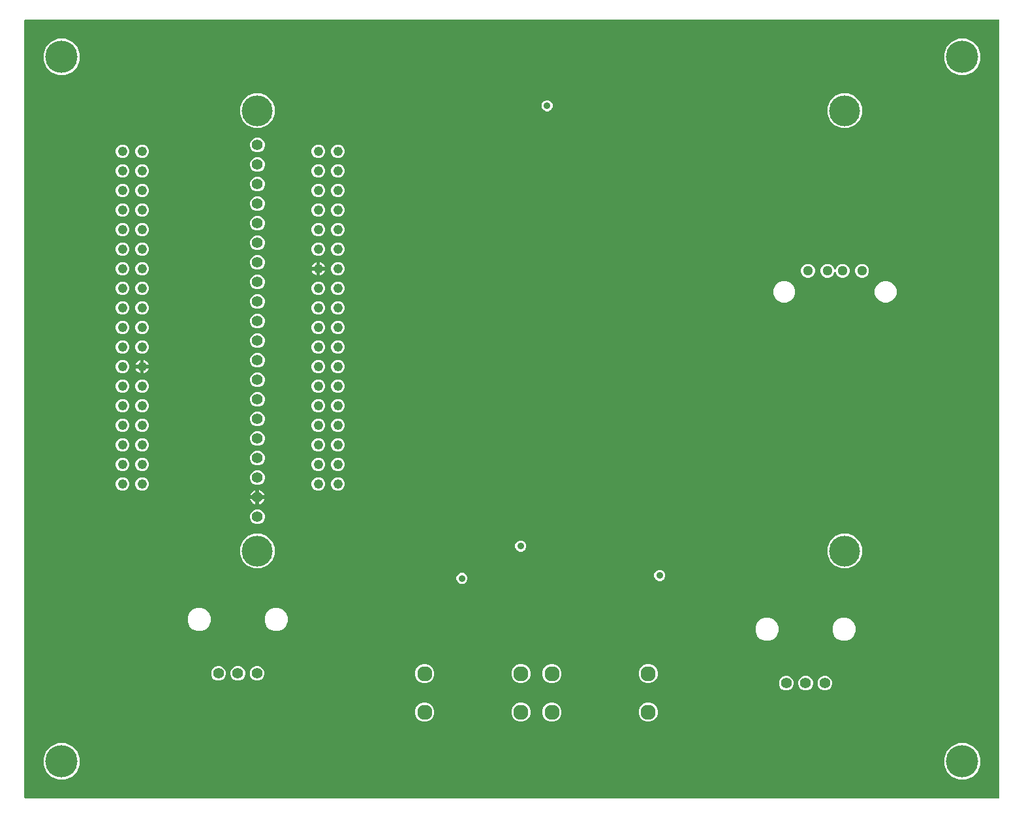
<source format=gbr>
G04 EAGLE Gerber RS-274X export*
G75*
%MOMM*%
%FSLAX34Y34*%
%LPD*%
%INCopper Layer 15*%
%IPPOS*%
%AMOC8*
5,1,8,0,0,1.08239X$1,22.5*%
G01*
%ADD10C,1.400000*%
%ADD11C,1.960000*%
%ADD12C,1.288000*%
%ADD13C,1.244600*%
%ADD14C,4.016000*%
%ADD15C,4.191000*%
%ADD16C,0.914400*%

G36*
X1266308Y2556D02*
X1266308Y2556D01*
X1266427Y2563D01*
X1266465Y2576D01*
X1266506Y2581D01*
X1266616Y2624D01*
X1266729Y2661D01*
X1266764Y2683D01*
X1266801Y2698D01*
X1266897Y2767D01*
X1266998Y2831D01*
X1267026Y2861D01*
X1267059Y2884D01*
X1267135Y2976D01*
X1267216Y3063D01*
X1267236Y3098D01*
X1267261Y3129D01*
X1267312Y3237D01*
X1267370Y3341D01*
X1267380Y3381D01*
X1267397Y3417D01*
X1267419Y3534D01*
X1267449Y3649D01*
X1267453Y3709D01*
X1267457Y3729D01*
X1267455Y3750D01*
X1267459Y3810D01*
X1267459Y1012190D01*
X1267444Y1012308D01*
X1267437Y1012427D01*
X1267424Y1012465D01*
X1267419Y1012506D01*
X1267376Y1012616D01*
X1267339Y1012729D01*
X1267317Y1012764D01*
X1267302Y1012801D01*
X1267233Y1012897D01*
X1267169Y1012998D01*
X1267139Y1013026D01*
X1267116Y1013059D01*
X1267024Y1013135D01*
X1266937Y1013216D01*
X1266902Y1013236D01*
X1266871Y1013261D01*
X1266763Y1013312D01*
X1266659Y1013370D01*
X1266619Y1013380D01*
X1266583Y1013397D01*
X1266466Y1013419D01*
X1266351Y1013449D01*
X1266291Y1013453D01*
X1266271Y1013457D01*
X1266250Y1013455D01*
X1266190Y1013459D01*
X3810Y1013459D01*
X3692Y1013444D01*
X3573Y1013437D01*
X3535Y1013424D01*
X3494Y1013419D01*
X3384Y1013376D01*
X3271Y1013339D01*
X3236Y1013317D01*
X3199Y1013302D01*
X3103Y1013233D01*
X3002Y1013169D01*
X2974Y1013139D01*
X2941Y1013116D01*
X2865Y1013024D01*
X2784Y1012937D01*
X2764Y1012902D01*
X2739Y1012871D01*
X2688Y1012763D01*
X2630Y1012659D01*
X2620Y1012619D01*
X2603Y1012583D01*
X2581Y1012466D01*
X2551Y1012351D01*
X2547Y1012291D01*
X2543Y1012271D01*
X2545Y1012250D01*
X2541Y1012190D01*
X2541Y3810D01*
X2556Y3692D01*
X2563Y3573D01*
X2576Y3535D01*
X2581Y3494D01*
X2624Y3384D01*
X2661Y3271D01*
X2683Y3236D01*
X2698Y3199D01*
X2767Y3103D01*
X2831Y3002D01*
X2861Y2974D01*
X2884Y2941D01*
X2976Y2865D01*
X3063Y2784D01*
X3098Y2764D01*
X3129Y2739D01*
X3237Y2688D01*
X3341Y2630D01*
X3381Y2620D01*
X3417Y2603D01*
X3534Y2581D01*
X3649Y2551D01*
X3709Y2547D01*
X3729Y2543D01*
X3750Y2545D01*
X3810Y2541D01*
X1266190Y2541D01*
X1266308Y2556D01*
G37*
%LPC*%
G36*
X1214526Y941704D02*
X1214526Y941704D01*
X1205891Y945281D01*
X1199281Y951891D01*
X1195704Y960526D01*
X1195704Y969874D01*
X1199281Y978509D01*
X1205891Y985119D01*
X1214526Y988696D01*
X1223874Y988696D01*
X1232509Y985119D01*
X1239119Y978509D01*
X1242696Y969874D01*
X1242696Y960526D01*
X1239119Y951891D01*
X1232509Y945281D01*
X1223874Y941704D01*
X1214526Y941704D01*
G37*
%LPD*%
%LPC*%
G36*
X46126Y941704D02*
X46126Y941704D01*
X37491Y945281D01*
X30881Y951891D01*
X27304Y960526D01*
X27304Y969874D01*
X30881Y978509D01*
X37491Y985119D01*
X46126Y988696D01*
X55474Y988696D01*
X64109Y985119D01*
X70719Y978509D01*
X74296Y969874D01*
X74296Y960526D01*
X70719Y951891D01*
X64109Y945281D01*
X55474Y941704D01*
X46126Y941704D01*
G37*
%LPD*%
%LPC*%
G36*
X46126Y27304D02*
X46126Y27304D01*
X37491Y30881D01*
X30881Y37491D01*
X27304Y46126D01*
X27304Y55474D01*
X30881Y64109D01*
X37491Y70719D01*
X46126Y74296D01*
X55474Y74296D01*
X64109Y70719D01*
X70719Y64109D01*
X74296Y55474D01*
X74296Y46126D01*
X70719Y37491D01*
X64109Y30881D01*
X55474Y27304D01*
X46126Y27304D01*
G37*
%LPD*%
%LPC*%
G36*
X1214526Y27304D02*
X1214526Y27304D01*
X1205891Y30881D01*
X1199281Y37491D01*
X1195704Y46126D01*
X1195704Y55474D01*
X1199281Y64109D01*
X1205891Y70719D01*
X1214526Y74296D01*
X1223874Y74296D01*
X1232509Y70719D01*
X1239119Y64109D01*
X1242696Y55474D01*
X1242696Y46126D01*
X1239119Y37491D01*
X1232509Y30881D01*
X1223874Y27304D01*
X1214526Y27304D01*
G37*
%LPD*%
%LPC*%
G36*
X1062300Y872729D02*
X1062300Y872729D01*
X1053986Y876173D01*
X1047623Y882536D01*
X1044179Y890850D01*
X1044179Y899850D01*
X1047623Y908164D01*
X1053986Y914527D01*
X1062300Y917971D01*
X1071300Y917971D01*
X1079614Y914527D01*
X1085977Y908164D01*
X1089421Y899850D01*
X1089421Y890850D01*
X1085977Y882536D01*
X1079614Y876173D01*
X1071300Y872729D01*
X1062300Y872729D01*
G37*
%LPD*%
%LPC*%
G36*
X300300Y872729D02*
X300300Y872729D01*
X291986Y876173D01*
X285623Y882536D01*
X282179Y890850D01*
X282179Y899850D01*
X285623Y908164D01*
X291986Y914527D01*
X300300Y917971D01*
X309300Y917971D01*
X317614Y914527D01*
X323977Y908164D01*
X327421Y899850D01*
X327421Y890850D01*
X323977Y882536D01*
X317614Y876173D01*
X309300Y872729D01*
X300300Y872729D01*
G37*
%LPD*%
%LPC*%
G36*
X300300Y301229D02*
X300300Y301229D01*
X291986Y304673D01*
X285623Y311036D01*
X282179Y319350D01*
X282179Y328350D01*
X285623Y336664D01*
X291986Y343027D01*
X300300Y346471D01*
X309300Y346471D01*
X317614Y343027D01*
X323977Y336664D01*
X327421Y328350D01*
X327421Y319350D01*
X323977Y311036D01*
X317614Y304673D01*
X309300Y301229D01*
X300300Y301229D01*
G37*
%LPD*%
%LPC*%
G36*
X1062300Y301229D02*
X1062300Y301229D01*
X1053986Y304673D01*
X1047623Y311036D01*
X1044179Y319350D01*
X1044179Y328350D01*
X1047623Y336664D01*
X1053986Y343027D01*
X1062300Y346471D01*
X1071300Y346471D01*
X1079614Y343027D01*
X1085977Y336664D01*
X1089421Y328350D01*
X1089421Y319350D01*
X1085977Y311036D01*
X1079614Y304673D01*
X1071300Y301229D01*
X1062300Y301229D01*
G37*
%LPD*%
%LPC*%
G36*
X1063008Y207359D02*
X1063008Y207359D01*
X1057480Y209649D01*
X1053249Y213880D01*
X1050959Y219408D01*
X1050959Y225392D01*
X1053249Y230920D01*
X1057480Y235151D01*
X1063008Y237441D01*
X1068992Y237441D01*
X1074520Y235151D01*
X1078751Y230920D01*
X1081041Y225392D01*
X1081041Y219408D01*
X1078751Y213880D01*
X1074520Y209649D01*
X1068992Y207359D01*
X1063008Y207359D01*
G37*
%LPD*%
%LPC*%
G36*
X326408Y220059D02*
X326408Y220059D01*
X320880Y222349D01*
X316649Y226580D01*
X314359Y232108D01*
X314359Y238092D01*
X316649Y243620D01*
X320880Y247851D01*
X326408Y250141D01*
X332392Y250141D01*
X337920Y247851D01*
X342151Y243620D01*
X344441Y238092D01*
X344441Y232108D01*
X342151Y226580D01*
X337920Y222349D01*
X332392Y220059D01*
X326408Y220059D01*
G37*
%LPD*%
%LPC*%
G36*
X226408Y220059D02*
X226408Y220059D01*
X220880Y222349D01*
X216649Y226580D01*
X214359Y232108D01*
X214359Y238092D01*
X216649Y243620D01*
X220880Y247851D01*
X226408Y250141D01*
X232392Y250141D01*
X237920Y247851D01*
X242151Y243620D01*
X244441Y238092D01*
X244441Y232108D01*
X242151Y226580D01*
X237920Y222349D01*
X232392Y220059D01*
X226408Y220059D01*
G37*
%LPD*%
%LPC*%
G36*
X963008Y207359D02*
X963008Y207359D01*
X957480Y209649D01*
X953249Y213880D01*
X950959Y219408D01*
X950959Y225392D01*
X953249Y230920D01*
X957480Y235151D01*
X963008Y237441D01*
X968992Y237441D01*
X974520Y235151D01*
X978751Y230920D01*
X981041Y225392D01*
X981041Y219408D01*
X978751Y213880D01*
X974520Y209649D01*
X968992Y207359D01*
X963008Y207359D01*
G37*
%LPD*%
%LPC*%
G36*
X985607Y646259D02*
X985607Y646259D01*
X980447Y648397D01*
X976497Y652347D01*
X974359Y657507D01*
X974359Y663093D01*
X976497Y668253D01*
X980447Y672203D01*
X985607Y674341D01*
X991193Y674341D01*
X996353Y672203D01*
X1000303Y668253D01*
X1002441Y663093D01*
X1002441Y657507D01*
X1000303Y652347D01*
X996353Y648397D01*
X991193Y646259D01*
X985607Y646259D01*
G37*
%LPD*%
%LPC*%
G36*
X1117007Y646259D02*
X1117007Y646259D01*
X1111847Y648397D01*
X1107897Y652347D01*
X1105759Y657507D01*
X1105759Y663093D01*
X1107897Y668253D01*
X1111847Y672203D01*
X1117007Y674341D01*
X1122593Y674341D01*
X1127753Y672203D01*
X1131703Y668253D01*
X1133841Y663093D01*
X1133841Y657507D01*
X1131703Y652347D01*
X1127753Y648397D01*
X1122593Y646259D01*
X1117007Y646259D01*
G37*
%LPD*%
%LPC*%
G36*
X1042314Y678419D02*
X1042314Y678419D01*
X1039013Y679786D01*
X1036486Y682313D01*
X1035119Y685614D01*
X1035119Y689186D01*
X1036486Y692487D01*
X1039013Y695014D01*
X1042314Y696381D01*
X1045886Y696381D01*
X1049187Y695014D01*
X1051714Y692487D01*
X1052927Y689557D01*
X1052996Y689436D01*
X1053061Y689313D01*
X1053075Y689298D01*
X1053085Y689280D01*
X1053182Y689180D01*
X1053275Y689078D01*
X1053292Y689067D01*
X1053306Y689052D01*
X1053425Y688979D01*
X1053541Y688903D01*
X1053560Y688896D01*
X1053577Y688886D01*
X1053710Y688845D01*
X1053842Y688800D01*
X1053862Y688798D01*
X1053881Y688792D01*
X1054020Y688785D01*
X1054159Y688774D01*
X1054179Y688778D01*
X1054199Y688777D01*
X1054335Y688805D01*
X1054472Y688829D01*
X1054491Y688837D01*
X1054510Y688841D01*
X1054636Y688903D01*
X1054762Y688959D01*
X1054778Y688972D01*
X1054796Y688981D01*
X1054902Y689071D01*
X1055010Y689158D01*
X1055023Y689174D01*
X1055038Y689187D01*
X1055118Y689301D01*
X1055202Y689412D01*
X1055214Y689437D01*
X1055221Y689447D01*
X1055228Y689467D01*
X1055273Y689557D01*
X1056486Y692487D01*
X1059013Y695014D01*
X1062314Y696381D01*
X1065886Y696381D01*
X1069187Y695014D01*
X1071714Y692487D01*
X1073081Y689186D01*
X1073081Y685614D01*
X1071714Y682313D01*
X1069187Y679786D01*
X1065886Y678419D01*
X1062314Y678419D01*
X1059013Y679786D01*
X1056486Y682313D01*
X1055273Y685243D01*
X1055204Y685364D01*
X1055139Y685487D01*
X1055125Y685502D01*
X1055115Y685520D01*
X1055018Y685620D01*
X1054925Y685722D01*
X1054908Y685734D01*
X1054894Y685748D01*
X1054776Y685821D01*
X1054659Y685897D01*
X1054640Y685904D01*
X1054623Y685914D01*
X1054490Y685955D01*
X1054358Y686000D01*
X1054338Y686002D01*
X1054319Y686008D01*
X1054180Y686015D01*
X1054041Y686026D01*
X1054021Y686022D01*
X1054001Y686023D01*
X1053865Y685995D01*
X1053728Y685971D01*
X1053709Y685963D01*
X1053690Y685959D01*
X1053565Y685898D01*
X1053438Y685841D01*
X1053422Y685828D01*
X1053404Y685819D01*
X1053298Y685729D01*
X1053190Y685642D01*
X1053177Y685626D01*
X1053162Y685613D01*
X1053082Y685499D01*
X1052998Y685388D01*
X1052986Y685363D01*
X1052979Y685353D01*
X1052972Y685333D01*
X1052927Y685243D01*
X1051714Y682313D01*
X1049187Y679786D01*
X1045886Y678419D01*
X1042314Y678419D01*
G37*
%LPD*%
%LPC*%
G36*
X809345Y152359D02*
X809345Y152359D01*
X804810Y154238D01*
X801338Y157710D01*
X799459Y162245D01*
X799459Y167155D01*
X801338Y171690D01*
X804810Y175162D01*
X809345Y177041D01*
X814255Y177041D01*
X818790Y175162D01*
X822262Y171690D01*
X824141Y167155D01*
X824141Y162245D01*
X822262Y157710D01*
X818790Y154238D01*
X814255Y152359D01*
X809345Y152359D01*
G37*
%LPD*%
%LPC*%
G36*
X684345Y152359D02*
X684345Y152359D01*
X679810Y154238D01*
X676338Y157710D01*
X674459Y162245D01*
X674459Y167155D01*
X676338Y171690D01*
X679810Y175162D01*
X684345Y177041D01*
X689255Y177041D01*
X693790Y175162D01*
X697262Y171690D01*
X699141Y167155D01*
X699141Y162245D01*
X697262Y157710D01*
X693790Y154238D01*
X689255Y152359D01*
X684345Y152359D01*
G37*
%LPD*%
%LPC*%
G36*
X644245Y152359D02*
X644245Y152359D01*
X639710Y154238D01*
X636238Y157710D01*
X634359Y162245D01*
X634359Y167155D01*
X636238Y171690D01*
X639710Y175162D01*
X644245Y177041D01*
X649155Y177041D01*
X653690Y175162D01*
X657162Y171690D01*
X659041Y167155D01*
X659041Y162245D01*
X657162Y157710D01*
X653690Y154238D01*
X649155Y152359D01*
X644245Y152359D01*
G37*
%LPD*%
%LPC*%
G36*
X519245Y152359D02*
X519245Y152359D01*
X514710Y154238D01*
X511238Y157710D01*
X509359Y162245D01*
X509359Y167155D01*
X511238Y171690D01*
X514710Y175162D01*
X519245Y177041D01*
X524155Y177041D01*
X528690Y175162D01*
X532162Y171690D01*
X534041Y167155D01*
X534041Y162245D01*
X532162Y157710D01*
X528690Y154238D01*
X524155Y152359D01*
X519245Y152359D01*
G37*
%LPD*%
%LPC*%
G36*
X809345Y102359D02*
X809345Y102359D01*
X804810Y104238D01*
X801338Y107710D01*
X799459Y112245D01*
X799459Y117155D01*
X801338Y121690D01*
X804810Y125162D01*
X809345Y127041D01*
X814255Y127041D01*
X818790Y125162D01*
X822262Y121690D01*
X824141Y117155D01*
X824141Y112245D01*
X822262Y107710D01*
X818790Y104238D01*
X814255Y102359D01*
X809345Y102359D01*
G37*
%LPD*%
%LPC*%
G36*
X684345Y102359D02*
X684345Y102359D01*
X679810Y104238D01*
X676338Y107710D01*
X674459Y112245D01*
X674459Y117155D01*
X676338Y121690D01*
X679810Y125162D01*
X684345Y127041D01*
X689255Y127041D01*
X693790Y125162D01*
X697262Y121690D01*
X699141Y117155D01*
X699141Y112245D01*
X697262Y107710D01*
X693790Y104238D01*
X689255Y102359D01*
X684345Y102359D01*
G37*
%LPD*%
%LPC*%
G36*
X644245Y102359D02*
X644245Y102359D01*
X639710Y104238D01*
X636238Y107710D01*
X634359Y112245D01*
X634359Y117155D01*
X636238Y121690D01*
X639710Y125162D01*
X644245Y127041D01*
X649155Y127041D01*
X653690Y125162D01*
X657162Y121690D01*
X659041Y117155D01*
X659041Y112245D01*
X657162Y107710D01*
X653690Y104238D01*
X649155Y102359D01*
X644245Y102359D01*
G37*
%LPD*%
%LPC*%
G36*
X519245Y102359D02*
X519245Y102359D01*
X514710Y104238D01*
X511238Y107710D01*
X509359Y112245D01*
X509359Y117155D01*
X511238Y121690D01*
X514710Y125162D01*
X519245Y127041D01*
X524155Y127041D01*
X528690Y125162D01*
X532162Y121690D01*
X534041Y117155D01*
X534041Y112245D01*
X532162Y107710D01*
X528690Y104238D01*
X524155Y102359D01*
X519245Y102359D01*
G37*
%LPD*%
%LPC*%
G36*
X302902Y485759D02*
X302902Y485759D01*
X299396Y487212D01*
X296712Y489896D01*
X295259Y493402D01*
X295259Y497198D01*
X296712Y500704D01*
X299396Y503388D01*
X302902Y504841D01*
X306698Y504841D01*
X310204Y503388D01*
X312888Y500704D01*
X314341Y497198D01*
X314341Y493402D01*
X312888Y489896D01*
X310204Y487212D01*
X306698Y485759D01*
X302902Y485759D01*
G37*
%LPD*%
%LPC*%
G36*
X302902Y688959D02*
X302902Y688959D01*
X299396Y690412D01*
X296712Y693096D01*
X295259Y696602D01*
X295259Y700398D01*
X296712Y703904D01*
X299396Y706588D01*
X302902Y708041D01*
X306698Y708041D01*
X310204Y706588D01*
X312888Y703904D01*
X314341Y700398D01*
X314341Y696602D01*
X312888Y693096D01*
X310204Y690412D01*
X306698Y688959D01*
X302902Y688959D01*
G37*
%LPD*%
%LPC*%
G36*
X302902Y739759D02*
X302902Y739759D01*
X299396Y741212D01*
X296712Y743896D01*
X295259Y747402D01*
X295259Y751198D01*
X296712Y754704D01*
X299396Y757388D01*
X302902Y758841D01*
X306698Y758841D01*
X310204Y757388D01*
X312888Y754704D01*
X314341Y751198D01*
X314341Y747402D01*
X312888Y743896D01*
X310204Y741212D01*
X306698Y739759D01*
X302902Y739759D01*
G37*
%LPD*%
%LPC*%
G36*
X302902Y434959D02*
X302902Y434959D01*
X299396Y436412D01*
X296712Y439096D01*
X295259Y442602D01*
X295259Y446398D01*
X296712Y449904D01*
X299396Y452588D01*
X302902Y454041D01*
X306698Y454041D01*
X310204Y452588D01*
X312888Y449904D01*
X314341Y446398D01*
X314341Y442602D01*
X312888Y439096D01*
X310204Y436412D01*
X306698Y434959D01*
X302902Y434959D01*
G37*
%LPD*%
%LPC*%
G36*
X302902Y358759D02*
X302902Y358759D01*
X299396Y360212D01*
X296712Y362896D01*
X295259Y366402D01*
X295259Y370198D01*
X296712Y373704D01*
X299396Y376388D01*
X302902Y377841D01*
X306698Y377841D01*
X310204Y376388D01*
X312888Y373704D01*
X314341Y370198D01*
X314341Y366402D01*
X312888Y362896D01*
X310204Y360212D01*
X306698Y358759D01*
X302902Y358759D01*
G37*
%LPD*%
%LPC*%
G36*
X302902Y511159D02*
X302902Y511159D01*
X299396Y512612D01*
X296712Y515296D01*
X295259Y518802D01*
X295259Y522598D01*
X296712Y526104D01*
X299396Y528788D01*
X302902Y530241D01*
X306698Y530241D01*
X310204Y528788D01*
X312888Y526104D01*
X314341Y522598D01*
X314341Y518802D01*
X312888Y515296D01*
X310204Y512612D01*
X306698Y511159D01*
X302902Y511159D01*
G37*
%LPD*%
%LPC*%
G36*
X302902Y460359D02*
X302902Y460359D01*
X299396Y461812D01*
X296712Y464496D01*
X295259Y468002D01*
X295259Y471798D01*
X296712Y475304D01*
X299396Y477988D01*
X302902Y479441D01*
X306698Y479441D01*
X310204Y477988D01*
X312888Y475304D01*
X314341Y471798D01*
X314341Y468002D01*
X312888Y464496D01*
X310204Y461812D01*
X306698Y460359D01*
X302902Y460359D01*
G37*
%LPD*%
%LPC*%
G36*
X302902Y841359D02*
X302902Y841359D01*
X299396Y842812D01*
X296712Y845496D01*
X295259Y849002D01*
X295259Y852798D01*
X296712Y856304D01*
X299396Y858988D01*
X302902Y860441D01*
X306698Y860441D01*
X310204Y858988D01*
X312888Y856304D01*
X314341Y852798D01*
X314341Y849002D01*
X312888Y845496D01*
X310204Y842812D01*
X306698Y841359D01*
X302902Y841359D01*
G37*
%LPD*%
%LPC*%
G36*
X302902Y536559D02*
X302902Y536559D01*
X299396Y538012D01*
X296712Y540696D01*
X295259Y544202D01*
X295259Y547998D01*
X296712Y551504D01*
X299396Y554188D01*
X302902Y555641D01*
X306698Y555641D01*
X310204Y554188D01*
X312888Y551504D01*
X314341Y547998D01*
X314341Y544202D01*
X312888Y540696D01*
X310204Y538012D01*
X306698Y536559D01*
X302902Y536559D01*
G37*
%LPD*%
%LPC*%
G36*
X302902Y815959D02*
X302902Y815959D01*
X299396Y817412D01*
X296712Y820096D01*
X295259Y823602D01*
X295259Y827398D01*
X296712Y830904D01*
X299396Y833588D01*
X302902Y835041D01*
X306698Y835041D01*
X310204Y833588D01*
X312888Y830904D01*
X314341Y827398D01*
X314341Y823602D01*
X312888Y820096D01*
X310204Y817412D01*
X306698Y815959D01*
X302902Y815959D01*
G37*
%LPD*%
%LPC*%
G36*
X302902Y714359D02*
X302902Y714359D01*
X299396Y715812D01*
X296712Y718496D01*
X295259Y722002D01*
X295259Y725798D01*
X296712Y729304D01*
X299396Y731988D01*
X302902Y733441D01*
X306698Y733441D01*
X310204Y731988D01*
X312888Y729304D01*
X314341Y725798D01*
X314341Y722002D01*
X312888Y718496D01*
X310204Y715812D01*
X306698Y714359D01*
X302902Y714359D01*
G37*
%LPD*%
%LPC*%
G36*
X302902Y561959D02*
X302902Y561959D01*
X299396Y563412D01*
X296712Y566096D01*
X295259Y569602D01*
X295259Y573398D01*
X296712Y576904D01*
X299396Y579588D01*
X302902Y581041D01*
X306698Y581041D01*
X310204Y579588D01*
X312888Y576904D01*
X314341Y573398D01*
X314341Y569602D01*
X312888Y566096D01*
X310204Y563412D01*
X306698Y561959D01*
X302902Y561959D01*
G37*
%LPD*%
%LPC*%
G36*
X302902Y663559D02*
X302902Y663559D01*
X299396Y665012D01*
X296712Y667696D01*
X295259Y671202D01*
X295259Y674998D01*
X296712Y678504D01*
X299396Y681188D01*
X302902Y682641D01*
X306698Y682641D01*
X310204Y681188D01*
X312888Y678504D01*
X314341Y674998D01*
X314341Y671202D01*
X312888Y667696D01*
X310204Y665012D01*
X306698Y663559D01*
X302902Y663559D01*
G37*
%LPD*%
%LPC*%
G36*
X302502Y155559D02*
X302502Y155559D01*
X298996Y157012D01*
X296312Y159696D01*
X294859Y163202D01*
X294859Y166998D01*
X296312Y170504D01*
X298996Y173188D01*
X302502Y174641D01*
X306298Y174641D01*
X309804Y173188D01*
X312488Y170504D01*
X313941Y166998D01*
X313941Y163202D01*
X312488Y159696D01*
X309804Y157012D01*
X306298Y155559D01*
X302502Y155559D01*
G37*
%LPD*%
%LPC*%
G36*
X277502Y155559D02*
X277502Y155559D01*
X273996Y157012D01*
X271312Y159696D01*
X269859Y163202D01*
X269859Y166998D01*
X271312Y170504D01*
X273996Y173188D01*
X277502Y174641D01*
X281298Y174641D01*
X284804Y173188D01*
X287488Y170504D01*
X288941Y166998D01*
X288941Y163202D01*
X287488Y159696D01*
X284804Y157012D01*
X281298Y155559D01*
X277502Y155559D01*
G37*
%LPD*%
%LPC*%
G36*
X252502Y155559D02*
X252502Y155559D01*
X248996Y157012D01*
X246312Y159696D01*
X244859Y163202D01*
X244859Y166998D01*
X246312Y170504D01*
X248996Y173188D01*
X252502Y174641D01*
X256298Y174641D01*
X259804Y173188D01*
X262488Y170504D01*
X263941Y166998D01*
X263941Y163202D01*
X262488Y159696D01*
X259804Y157012D01*
X256298Y155559D01*
X252502Y155559D01*
G37*
%LPD*%
%LPC*%
G36*
X1039102Y142859D02*
X1039102Y142859D01*
X1035596Y144312D01*
X1032912Y146996D01*
X1031459Y150502D01*
X1031459Y154298D01*
X1032912Y157804D01*
X1035596Y160488D01*
X1039102Y161941D01*
X1042898Y161941D01*
X1046404Y160488D01*
X1049088Y157804D01*
X1050541Y154298D01*
X1050541Y150502D01*
X1049088Y146996D01*
X1046404Y144312D01*
X1042898Y142859D01*
X1039102Y142859D01*
G37*
%LPD*%
%LPC*%
G36*
X1014102Y142859D02*
X1014102Y142859D01*
X1010596Y144312D01*
X1007912Y146996D01*
X1006459Y150502D01*
X1006459Y154298D01*
X1007912Y157804D01*
X1010596Y160488D01*
X1014102Y161941D01*
X1017898Y161941D01*
X1021404Y160488D01*
X1024088Y157804D01*
X1025541Y154298D01*
X1025541Y150502D01*
X1024088Y146996D01*
X1021404Y144312D01*
X1017898Y142859D01*
X1014102Y142859D01*
G37*
%LPD*%
%LPC*%
G36*
X989102Y142859D02*
X989102Y142859D01*
X985596Y144312D01*
X982912Y146996D01*
X981459Y150502D01*
X981459Y154298D01*
X982912Y157804D01*
X985596Y160488D01*
X989102Y161941D01*
X992898Y161941D01*
X996404Y160488D01*
X999088Y157804D01*
X1000541Y154298D01*
X1000541Y150502D01*
X999088Y146996D01*
X996404Y144312D01*
X992898Y142859D01*
X989102Y142859D01*
G37*
%LPD*%
%LPC*%
G36*
X302902Y790559D02*
X302902Y790559D01*
X299396Y792012D01*
X296712Y794696D01*
X295259Y798202D01*
X295259Y801998D01*
X296712Y805504D01*
X299396Y808188D01*
X302902Y809641D01*
X306698Y809641D01*
X310204Y808188D01*
X312888Y805504D01*
X314341Y801998D01*
X314341Y798202D01*
X312888Y794696D01*
X310204Y792012D01*
X306698Y790559D01*
X302902Y790559D01*
G37*
%LPD*%
%LPC*%
G36*
X302902Y587359D02*
X302902Y587359D01*
X299396Y588812D01*
X296712Y591496D01*
X295259Y595002D01*
X295259Y598798D01*
X296712Y602304D01*
X299396Y604988D01*
X302902Y606441D01*
X306698Y606441D01*
X310204Y604988D01*
X312888Y602304D01*
X314341Y598798D01*
X314341Y595002D01*
X312888Y591496D01*
X310204Y588812D01*
X306698Y587359D01*
X302902Y587359D01*
G37*
%LPD*%
%LPC*%
G36*
X302902Y765159D02*
X302902Y765159D01*
X299396Y766612D01*
X296712Y769296D01*
X295259Y772802D01*
X295259Y776598D01*
X296712Y780104D01*
X299396Y782788D01*
X302902Y784241D01*
X306698Y784241D01*
X310204Y782788D01*
X312888Y780104D01*
X314341Y776598D01*
X314341Y772802D01*
X312888Y769296D01*
X310204Y766612D01*
X306698Y765159D01*
X302902Y765159D01*
G37*
%LPD*%
%LPC*%
G36*
X302902Y638159D02*
X302902Y638159D01*
X299396Y639612D01*
X296712Y642296D01*
X295259Y645802D01*
X295259Y649598D01*
X296712Y653104D01*
X299396Y655788D01*
X302902Y657241D01*
X306698Y657241D01*
X310204Y655788D01*
X312888Y653104D01*
X314341Y649598D01*
X314341Y645802D01*
X312888Y642296D01*
X310204Y639612D01*
X306698Y638159D01*
X302902Y638159D01*
G37*
%LPD*%
%LPC*%
G36*
X302902Y612759D02*
X302902Y612759D01*
X299396Y614212D01*
X296712Y616896D01*
X295259Y620402D01*
X295259Y624198D01*
X296712Y627704D01*
X299396Y630388D01*
X302902Y631841D01*
X306698Y631841D01*
X310204Y630388D01*
X312888Y627704D01*
X314341Y624198D01*
X314341Y620402D01*
X312888Y616896D01*
X310204Y614212D01*
X306698Y612759D01*
X302902Y612759D01*
G37*
%LPD*%
%LPC*%
G36*
X302902Y409559D02*
X302902Y409559D01*
X299396Y411012D01*
X296712Y413696D01*
X295259Y417202D01*
X295259Y420998D01*
X296712Y424504D01*
X299396Y427188D01*
X302902Y428641D01*
X306698Y428641D01*
X310204Y427188D01*
X312888Y424504D01*
X314341Y420998D01*
X314341Y417202D01*
X312888Y413696D01*
X310204Y411012D01*
X306698Y409559D01*
X302902Y409559D01*
G37*
%LPD*%
%LPC*%
G36*
X1017314Y678419D02*
X1017314Y678419D01*
X1014013Y679786D01*
X1011486Y682313D01*
X1010119Y685614D01*
X1010119Y689186D01*
X1011486Y692487D01*
X1014013Y695014D01*
X1017314Y696381D01*
X1020886Y696381D01*
X1024187Y695014D01*
X1026714Y692487D01*
X1028081Y689186D01*
X1028081Y685614D01*
X1026714Y682313D01*
X1024187Y679786D01*
X1020886Y678419D01*
X1017314Y678419D01*
G37*
%LPD*%
%LPC*%
G36*
X1087314Y678419D02*
X1087314Y678419D01*
X1084013Y679786D01*
X1081486Y682313D01*
X1080119Y685614D01*
X1080119Y689186D01*
X1081486Y692487D01*
X1084013Y695014D01*
X1087314Y696381D01*
X1090886Y696381D01*
X1094187Y695014D01*
X1096714Y692487D01*
X1098081Y689186D01*
X1098081Y685614D01*
X1096714Y682313D01*
X1094187Y679786D01*
X1090886Y678419D01*
X1087314Y678419D01*
G37*
%LPD*%
%LPC*%
G36*
X153457Y681436D02*
X153457Y681436D01*
X150236Y682770D01*
X147770Y685236D01*
X146436Y688457D01*
X146436Y691943D01*
X147770Y695164D01*
X150236Y697630D01*
X153457Y698964D01*
X156943Y698964D01*
X160164Y697630D01*
X162630Y695164D01*
X163964Y691943D01*
X163964Y688457D01*
X162630Y685236D01*
X160164Y682770D01*
X156943Y681436D01*
X153457Y681436D01*
G37*
%LPD*%
%LPC*%
G36*
X128057Y681436D02*
X128057Y681436D01*
X124836Y682770D01*
X122370Y685236D01*
X121036Y688457D01*
X121036Y691943D01*
X122370Y695164D01*
X124836Y697630D01*
X128057Y698964D01*
X131543Y698964D01*
X134764Y697630D01*
X137230Y695164D01*
X138564Y691943D01*
X138564Y688457D01*
X137230Y685236D01*
X134764Y682770D01*
X131543Y681436D01*
X128057Y681436D01*
G37*
%LPD*%
%LPC*%
G36*
X407457Y656036D02*
X407457Y656036D01*
X404236Y657370D01*
X401770Y659836D01*
X400436Y663057D01*
X400436Y666543D01*
X401770Y669764D01*
X404236Y672230D01*
X407457Y673564D01*
X410943Y673564D01*
X414164Y672230D01*
X416630Y669764D01*
X417964Y666543D01*
X417964Y663057D01*
X416630Y659836D01*
X414164Y657370D01*
X410943Y656036D01*
X407457Y656036D01*
G37*
%LPD*%
%LPC*%
G36*
X382057Y656036D02*
X382057Y656036D01*
X378836Y657370D01*
X376370Y659836D01*
X375036Y663057D01*
X375036Y666543D01*
X376370Y669764D01*
X378836Y672230D01*
X382057Y673564D01*
X385543Y673564D01*
X388764Y672230D01*
X391230Y669764D01*
X392564Y666543D01*
X392564Y663057D01*
X391230Y659836D01*
X388764Y657370D01*
X385543Y656036D01*
X382057Y656036D01*
G37*
%LPD*%
%LPC*%
G36*
X153457Y656036D02*
X153457Y656036D01*
X150236Y657370D01*
X147770Y659836D01*
X146436Y663057D01*
X146436Y666543D01*
X147770Y669764D01*
X150236Y672230D01*
X153457Y673564D01*
X156943Y673564D01*
X160164Y672230D01*
X162630Y669764D01*
X163964Y666543D01*
X163964Y663057D01*
X162630Y659836D01*
X160164Y657370D01*
X156943Y656036D01*
X153457Y656036D01*
G37*
%LPD*%
%LPC*%
G36*
X128057Y656036D02*
X128057Y656036D01*
X124836Y657370D01*
X122370Y659836D01*
X121036Y663057D01*
X121036Y666543D01*
X122370Y669764D01*
X124836Y672230D01*
X128057Y673564D01*
X131543Y673564D01*
X134764Y672230D01*
X137230Y669764D01*
X138564Y666543D01*
X138564Y663057D01*
X137230Y659836D01*
X134764Y657370D01*
X131543Y656036D01*
X128057Y656036D01*
G37*
%LPD*%
%LPC*%
G36*
X407457Y630636D02*
X407457Y630636D01*
X404236Y631970D01*
X401770Y634436D01*
X400436Y637657D01*
X400436Y641143D01*
X401770Y644364D01*
X404236Y646830D01*
X407457Y648164D01*
X410943Y648164D01*
X414164Y646830D01*
X416630Y644364D01*
X417964Y641143D01*
X417964Y637657D01*
X416630Y634436D01*
X414164Y631970D01*
X410943Y630636D01*
X407457Y630636D01*
G37*
%LPD*%
%LPC*%
G36*
X382057Y630636D02*
X382057Y630636D01*
X378836Y631970D01*
X376370Y634436D01*
X375036Y637657D01*
X375036Y641143D01*
X376370Y644364D01*
X378836Y646830D01*
X382057Y648164D01*
X385543Y648164D01*
X388764Y646830D01*
X391230Y644364D01*
X392564Y641143D01*
X392564Y637657D01*
X391230Y634436D01*
X388764Y631970D01*
X385543Y630636D01*
X382057Y630636D01*
G37*
%LPD*%
%LPC*%
G36*
X153457Y630636D02*
X153457Y630636D01*
X150236Y631970D01*
X147770Y634436D01*
X146436Y637657D01*
X146436Y641143D01*
X147770Y644364D01*
X150236Y646830D01*
X153457Y648164D01*
X156943Y648164D01*
X160164Y646830D01*
X162630Y644364D01*
X163964Y641143D01*
X163964Y637657D01*
X162630Y634436D01*
X160164Y631970D01*
X156943Y630636D01*
X153457Y630636D01*
G37*
%LPD*%
%LPC*%
G36*
X128057Y630636D02*
X128057Y630636D01*
X124836Y631970D01*
X122370Y634436D01*
X121036Y637657D01*
X121036Y641143D01*
X122370Y644364D01*
X124836Y646830D01*
X128057Y648164D01*
X131543Y648164D01*
X134764Y646830D01*
X137230Y644364D01*
X138564Y641143D01*
X138564Y637657D01*
X137230Y634436D01*
X134764Y631970D01*
X131543Y630636D01*
X128057Y630636D01*
G37*
%LPD*%
%LPC*%
G36*
X153457Y605236D02*
X153457Y605236D01*
X150236Y606570D01*
X147770Y609036D01*
X146436Y612257D01*
X146436Y615743D01*
X147770Y618964D01*
X150236Y621430D01*
X153457Y622764D01*
X156943Y622764D01*
X160164Y621430D01*
X162630Y618964D01*
X163964Y615743D01*
X163964Y612257D01*
X162630Y609036D01*
X160164Y606570D01*
X156943Y605236D01*
X153457Y605236D01*
G37*
%LPD*%
%LPC*%
G36*
X128057Y605236D02*
X128057Y605236D01*
X124836Y606570D01*
X122370Y609036D01*
X121036Y612257D01*
X121036Y615743D01*
X122370Y618964D01*
X124836Y621430D01*
X128057Y622764D01*
X131543Y622764D01*
X134764Y621430D01*
X137230Y618964D01*
X138564Y615743D01*
X138564Y612257D01*
X137230Y609036D01*
X134764Y606570D01*
X131543Y605236D01*
X128057Y605236D01*
G37*
%LPD*%
%LPC*%
G36*
X407457Y605236D02*
X407457Y605236D01*
X404236Y606570D01*
X401770Y609036D01*
X400436Y612257D01*
X400436Y615743D01*
X401770Y618964D01*
X404236Y621430D01*
X407457Y622764D01*
X410943Y622764D01*
X414164Y621430D01*
X416630Y618964D01*
X417964Y615743D01*
X417964Y612257D01*
X416630Y609036D01*
X414164Y606570D01*
X410943Y605236D01*
X407457Y605236D01*
G37*
%LPD*%
%LPC*%
G36*
X382057Y605236D02*
X382057Y605236D01*
X378836Y606570D01*
X376370Y609036D01*
X375036Y612257D01*
X375036Y615743D01*
X376370Y618964D01*
X378836Y621430D01*
X382057Y622764D01*
X385543Y622764D01*
X388764Y621430D01*
X391230Y618964D01*
X392564Y615743D01*
X392564Y612257D01*
X391230Y609036D01*
X388764Y606570D01*
X385543Y605236D01*
X382057Y605236D01*
G37*
%LPD*%
%LPC*%
G36*
X153457Y579836D02*
X153457Y579836D01*
X150236Y581170D01*
X147770Y583636D01*
X146436Y586857D01*
X146436Y590343D01*
X147770Y593564D01*
X150236Y596030D01*
X153457Y597364D01*
X156943Y597364D01*
X160164Y596030D01*
X162630Y593564D01*
X163964Y590343D01*
X163964Y586857D01*
X162630Y583636D01*
X160164Y581170D01*
X156943Y579836D01*
X153457Y579836D01*
G37*
%LPD*%
%LPC*%
G36*
X128057Y579836D02*
X128057Y579836D01*
X124836Y581170D01*
X122370Y583636D01*
X121036Y586857D01*
X121036Y590343D01*
X122370Y593564D01*
X124836Y596030D01*
X128057Y597364D01*
X131543Y597364D01*
X134764Y596030D01*
X137230Y593564D01*
X138564Y590343D01*
X138564Y586857D01*
X137230Y583636D01*
X134764Y581170D01*
X131543Y579836D01*
X128057Y579836D01*
G37*
%LPD*%
%LPC*%
G36*
X407457Y579836D02*
X407457Y579836D01*
X404236Y581170D01*
X401770Y583636D01*
X400436Y586857D01*
X400436Y590343D01*
X401770Y593564D01*
X404236Y596030D01*
X407457Y597364D01*
X410943Y597364D01*
X414164Y596030D01*
X416630Y593564D01*
X417964Y590343D01*
X417964Y586857D01*
X416630Y583636D01*
X414164Y581170D01*
X410943Y579836D01*
X407457Y579836D01*
G37*
%LPD*%
%LPC*%
G36*
X407457Y783036D02*
X407457Y783036D01*
X404236Y784370D01*
X401770Y786836D01*
X400436Y790057D01*
X400436Y793543D01*
X401770Y796764D01*
X404236Y799230D01*
X407457Y800564D01*
X410943Y800564D01*
X414164Y799230D01*
X416630Y796764D01*
X417964Y793543D01*
X417964Y790057D01*
X416630Y786836D01*
X414164Y784370D01*
X410943Y783036D01*
X407457Y783036D01*
G37*
%LPD*%
%LPC*%
G36*
X407457Y554436D02*
X407457Y554436D01*
X404236Y555770D01*
X401770Y558236D01*
X400436Y561457D01*
X400436Y564943D01*
X401770Y568164D01*
X404236Y570630D01*
X407457Y571964D01*
X410943Y571964D01*
X414164Y570630D01*
X416630Y568164D01*
X417964Y564943D01*
X417964Y561457D01*
X416630Y558236D01*
X414164Y555770D01*
X410943Y554436D01*
X407457Y554436D01*
G37*
%LPD*%
%LPC*%
G36*
X382057Y554436D02*
X382057Y554436D01*
X378836Y555770D01*
X376370Y558236D01*
X375036Y561457D01*
X375036Y564943D01*
X376370Y568164D01*
X378836Y570630D01*
X382057Y571964D01*
X385543Y571964D01*
X388764Y570630D01*
X391230Y568164D01*
X392564Y564943D01*
X392564Y561457D01*
X391230Y558236D01*
X388764Y555770D01*
X385543Y554436D01*
X382057Y554436D01*
G37*
%LPD*%
%LPC*%
G36*
X128057Y554436D02*
X128057Y554436D01*
X124836Y555770D01*
X122370Y558236D01*
X121036Y561457D01*
X121036Y564943D01*
X122370Y568164D01*
X124836Y570630D01*
X128057Y571964D01*
X131543Y571964D01*
X134764Y570630D01*
X137230Y568164D01*
X138564Y564943D01*
X138564Y561457D01*
X137230Y558236D01*
X134764Y555770D01*
X131543Y554436D01*
X128057Y554436D01*
G37*
%LPD*%
%LPC*%
G36*
X407457Y529036D02*
X407457Y529036D01*
X404236Y530370D01*
X401770Y532836D01*
X400436Y536057D01*
X400436Y539543D01*
X401770Y542764D01*
X404236Y545230D01*
X407457Y546564D01*
X410943Y546564D01*
X414164Y545230D01*
X416630Y542764D01*
X417964Y539543D01*
X417964Y536057D01*
X416630Y532836D01*
X414164Y530370D01*
X410943Y529036D01*
X407457Y529036D01*
G37*
%LPD*%
%LPC*%
G36*
X382057Y529036D02*
X382057Y529036D01*
X378836Y530370D01*
X376370Y532836D01*
X375036Y536057D01*
X375036Y539543D01*
X376370Y542764D01*
X378836Y545230D01*
X382057Y546564D01*
X385543Y546564D01*
X388764Y545230D01*
X391230Y542764D01*
X392564Y539543D01*
X392564Y536057D01*
X391230Y532836D01*
X388764Y530370D01*
X385543Y529036D01*
X382057Y529036D01*
G37*
%LPD*%
%LPC*%
G36*
X153457Y529036D02*
X153457Y529036D01*
X150236Y530370D01*
X147770Y532836D01*
X146436Y536057D01*
X146436Y539543D01*
X147770Y542764D01*
X150236Y545230D01*
X153457Y546564D01*
X156943Y546564D01*
X160164Y545230D01*
X162630Y542764D01*
X163964Y539543D01*
X163964Y536057D01*
X162630Y532836D01*
X160164Y530370D01*
X156943Y529036D01*
X153457Y529036D01*
G37*
%LPD*%
%LPC*%
G36*
X128057Y529036D02*
X128057Y529036D01*
X124836Y530370D01*
X122370Y532836D01*
X121036Y536057D01*
X121036Y539543D01*
X122370Y542764D01*
X124836Y545230D01*
X128057Y546564D01*
X131543Y546564D01*
X134764Y545230D01*
X137230Y542764D01*
X138564Y539543D01*
X138564Y536057D01*
X137230Y532836D01*
X134764Y530370D01*
X131543Y529036D01*
X128057Y529036D01*
G37*
%LPD*%
%LPC*%
G36*
X407457Y503636D02*
X407457Y503636D01*
X404236Y504970D01*
X401770Y507436D01*
X400436Y510657D01*
X400436Y514143D01*
X401770Y517364D01*
X404236Y519830D01*
X407457Y521164D01*
X410943Y521164D01*
X414164Y519830D01*
X416630Y517364D01*
X417964Y514143D01*
X417964Y510657D01*
X416630Y507436D01*
X414164Y504970D01*
X410943Y503636D01*
X407457Y503636D01*
G37*
%LPD*%
%LPC*%
G36*
X382057Y503636D02*
X382057Y503636D01*
X378836Y504970D01*
X376370Y507436D01*
X375036Y510657D01*
X375036Y514143D01*
X376370Y517364D01*
X378836Y519830D01*
X382057Y521164D01*
X385543Y521164D01*
X388764Y519830D01*
X391230Y517364D01*
X392564Y514143D01*
X392564Y510657D01*
X391230Y507436D01*
X388764Y504970D01*
X385543Y503636D01*
X382057Y503636D01*
G37*
%LPD*%
%LPC*%
G36*
X153457Y503636D02*
X153457Y503636D01*
X150236Y504970D01*
X147770Y507436D01*
X146436Y510657D01*
X146436Y514143D01*
X147770Y517364D01*
X150236Y519830D01*
X153457Y521164D01*
X156943Y521164D01*
X160164Y519830D01*
X162630Y517364D01*
X163964Y514143D01*
X163964Y510657D01*
X162630Y507436D01*
X160164Y504970D01*
X156943Y503636D01*
X153457Y503636D01*
G37*
%LPD*%
%LPC*%
G36*
X128057Y503636D02*
X128057Y503636D01*
X124836Y504970D01*
X122370Y507436D01*
X121036Y510657D01*
X121036Y514143D01*
X122370Y517364D01*
X124836Y519830D01*
X128057Y521164D01*
X131543Y521164D01*
X134764Y519830D01*
X137230Y517364D01*
X138564Y514143D01*
X138564Y510657D01*
X137230Y507436D01*
X134764Y504970D01*
X131543Y503636D01*
X128057Y503636D01*
G37*
%LPD*%
%LPC*%
G36*
X407457Y478236D02*
X407457Y478236D01*
X404236Y479570D01*
X401770Y482036D01*
X400436Y485257D01*
X400436Y488743D01*
X401770Y491964D01*
X404236Y494430D01*
X407457Y495764D01*
X410943Y495764D01*
X414164Y494430D01*
X416630Y491964D01*
X417964Y488743D01*
X417964Y485257D01*
X416630Y482036D01*
X414164Y479570D01*
X410943Y478236D01*
X407457Y478236D01*
G37*
%LPD*%
%LPC*%
G36*
X382057Y478236D02*
X382057Y478236D01*
X378836Y479570D01*
X376370Y482036D01*
X375036Y485257D01*
X375036Y488743D01*
X376370Y491964D01*
X378836Y494430D01*
X382057Y495764D01*
X385543Y495764D01*
X388764Y494430D01*
X391230Y491964D01*
X392564Y488743D01*
X392564Y485257D01*
X391230Y482036D01*
X388764Y479570D01*
X385543Y478236D01*
X382057Y478236D01*
G37*
%LPD*%
%LPC*%
G36*
X153457Y478236D02*
X153457Y478236D01*
X150236Y479570D01*
X147770Y482036D01*
X146436Y485257D01*
X146436Y488743D01*
X147770Y491964D01*
X150236Y494430D01*
X153457Y495764D01*
X156943Y495764D01*
X160164Y494430D01*
X162630Y491964D01*
X163964Y488743D01*
X163964Y485257D01*
X162630Y482036D01*
X160164Y479570D01*
X156943Y478236D01*
X153457Y478236D01*
G37*
%LPD*%
%LPC*%
G36*
X128057Y478236D02*
X128057Y478236D01*
X124836Y479570D01*
X122370Y482036D01*
X121036Y485257D01*
X121036Y488743D01*
X122370Y491964D01*
X124836Y494430D01*
X128057Y495764D01*
X131543Y495764D01*
X134764Y494430D01*
X137230Y491964D01*
X138564Y488743D01*
X138564Y485257D01*
X137230Y482036D01*
X134764Y479570D01*
X131543Y478236D01*
X128057Y478236D01*
G37*
%LPD*%
%LPC*%
G36*
X407457Y452836D02*
X407457Y452836D01*
X404236Y454170D01*
X401770Y456636D01*
X400436Y459857D01*
X400436Y463343D01*
X401770Y466564D01*
X404236Y469030D01*
X407457Y470364D01*
X410943Y470364D01*
X414164Y469030D01*
X416630Y466564D01*
X417964Y463343D01*
X417964Y459857D01*
X416630Y456636D01*
X414164Y454170D01*
X410943Y452836D01*
X407457Y452836D01*
G37*
%LPD*%
%LPC*%
G36*
X382057Y452836D02*
X382057Y452836D01*
X378836Y454170D01*
X376370Y456636D01*
X375036Y459857D01*
X375036Y463343D01*
X376370Y466564D01*
X378836Y469030D01*
X382057Y470364D01*
X385543Y470364D01*
X388764Y469030D01*
X391230Y466564D01*
X392564Y463343D01*
X392564Y459857D01*
X391230Y456636D01*
X388764Y454170D01*
X385543Y452836D01*
X382057Y452836D01*
G37*
%LPD*%
%LPC*%
G36*
X153457Y452836D02*
X153457Y452836D01*
X150236Y454170D01*
X147770Y456636D01*
X146436Y459857D01*
X146436Y463343D01*
X147770Y466564D01*
X150236Y469030D01*
X153457Y470364D01*
X156943Y470364D01*
X160164Y469030D01*
X162630Y466564D01*
X163964Y463343D01*
X163964Y459857D01*
X162630Y456636D01*
X160164Y454170D01*
X156943Y452836D01*
X153457Y452836D01*
G37*
%LPD*%
%LPC*%
G36*
X128057Y452836D02*
X128057Y452836D01*
X124836Y454170D01*
X122370Y456636D01*
X121036Y459857D01*
X121036Y463343D01*
X122370Y466564D01*
X124836Y469030D01*
X128057Y470364D01*
X131543Y470364D01*
X134764Y469030D01*
X137230Y466564D01*
X138564Y463343D01*
X138564Y459857D01*
X137230Y456636D01*
X134764Y454170D01*
X131543Y452836D01*
X128057Y452836D01*
G37*
%LPD*%
%LPC*%
G36*
X407457Y833836D02*
X407457Y833836D01*
X404236Y835170D01*
X401770Y837636D01*
X400436Y840857D01*
X400436Y844343D01*
X401770Y847564D01*
X404236Y850030D01*
X407457Y851364D01*
X410943Y851364D01*
X414164Y850030D01*
X416630Y847564D01*
X417964Y844343D01*
X417964Y840857D01*
X416630Y837636D01*
X414164Y835170D01*
X410943Y833836D01*
X407457Y833836D01*
G37*
%LPD*%
%LPC*%
G36*
X153457Y427436D02*
X153457Y427436D01*
X150236Y428770D01*
X147770Y431236D01*
X146436Y434457D01*
X146436Y437943D01*
X147770Y441164D01*
X150236Y443630D01*
X153457Y444964D01*
X156943Y444964D01*
X160164Y443630D01*
X162630Y441164D01*
X163964Y437943D01*
X163964Y434457D01*
X162630Y431236D01*
X160164Y428770D01*
X156943Y427436D01*
X153457Y427436D01*
G37*
%LPD*%
%LPC*%
G36*
X128057Y427436D02*
X128057Y427436D01*
X124836Y428770D01*
X122370Y431236D01*
X121036Y434457D01*
X121036Y437943D01*
X122370Y441164D01*
X124836Y443630D01*
X128057Y444964D01*
X131543Y444964D01*
X134764Y443630D01*
X137230Y441164D01*
X138564Y437943D01*
X138564Y434457D01*
X137230Y431236D01*
X134764Y428770D01*
X131543Y427436D01*
X128057Y427436D01*
G37*
%LPD*%
%LPC*%
G36*
X407457Y427436D02*
X407457Y427436D01*
X404236Y428770D01*
X401770Y431236D01*
X400436Y434457D01*
X400436Y437943D01*
X401770Y441164D01*
X404236Y443630D01*
X407457Y444964D01*
X410943Y444964D01*
X414164Y443630D01*
X416630Y441164D01*
X417964Y437943D01*
X417964Y434457D01*
X416630Y431236D01*
X414164Y428770D01*
X410943Y427436D01*
X407457Y427436D01*
G37*
%LPD*%
%LPC*%
G36*
X382057Y427436D02*
X382057Y427436D01*
X378836Y428770D01*
X376370Y431236D01*
X375036Y434457D01*
X375036Y437943D01*
X376370Y441164D01*
X378836Y443630D01*
X382057Y444964D01*
X385543Y444964D01*
X388764Y443630D01*
X391230Y441164D01*
X392564Y437943D01*
X392564Y434457D01*
X391230Y431236D01*
X388764Y428770D01*
X385543Y427436D01*
X382057Y427436D01*
G37*
%LPD*%
%LPC*%
G36*
X382057Y833836D02*
X382057Y833836D01*
X378836Y835170D01*
X376370Y837636D01*
X375036Y840857D01*
X375036Y844343D01*
X376370Y847564D01*
X378836Y850030D01*
X382057Y851364D01*
X385543Y851364D01*
X388764Y850030D01*
X391230Y847564D01*
X392564Y844343D01*
X392564Y840857D01*
X391230Y837636D01*
X388764Y835170D01*
X385543Y833836D01*
X382057Y833836D01*
G37*
%LPD*%
%LPC*%
G36*
X407457Y402036D02*
X407457Y402036D01*
X404236Y403370D01*
X401770Y405836D01*
X400436Y409057D01*
X400436Y412543D01*
X401770Y415764D01*
X404236Y418230D01*
X407457Y419564D01*
X410943Y419564D01*
X414164Y418230D01*
X416630Y415764D01*
X417964Y412543D01*
X417964Y409057D01*
X416630Y405836D01*
X414164Y403370D01*
X410943Y402036D01*
X407457Y402036D01*
G37*
%LPD*%
%LPC*%
G36*
X382057Y402036D02*
X382057Y402036D01*
X378836Y403370D01*
X376370Y405836D01*
X375036Y409057D01*
X375036Y412543D01*
X376370Y415764D01*
X378836Y418230D01*
X382057Y419564D01*
X385543Y419564D01*
X388764Y418230D01*
X391230Y415764D01*
X392564Y412543D01*
X392564Y409057D01*
X391230Y405836D01*
X388764Y403370D01*
X385543Y402036D01*
X382057Y402036D01*
G37*
%LPD*%
%LPC*%
G36*
X153457Y402036D02*
X153457Y402036D01*
X150236Y403370D01*
X147770Y405836D01*
X146436Y409057D01*
X146436Y412543D01*
X147770Y415764D01*
X150236Y418230D01*
X153457Y419564D01*
X156943Y419564D01*
X160164Y418230D01*
X162630Y415764D01*
X163964Y412543D01*
X163964Y409057D01*
X162630Y405836D01*
X160164Y403370D01*
X156943Y402036D01*
X153457Y402036D01*
G37*
%LPD*%
%LPC*%
G36*
X128057Y402036D02*
X128057Y402036D01*
X124836Y403370D01*
X122370Y405836D01*
X121036Y409057D01*
X121036Y412543D01*
X122370Y415764D01*
X124836Y418230D01*
X128057Y419564D01*
X131543Y419564D01*
X134764Y418230D01*
X137230Y415764D01*
X138564Y412543D01*
X138564Y409057D01*
X137230Y405836D01*
X134764Y403370D01*
X131543Y402036D01*
X128057Y402036D01*
G37*
%LPD*%
%LPC*%
G36*
X153457Y833836D02*
X153457Y833836D01*
X150236Y835170D01*
X147770Y837636D01*
X146436Y840857D01*
X146436Y844343D01*
X147770Y847564D01*
X150236Y850030D01*
X153457Y851364D01*
X156943Y851364D01*
X160164Y850030D01*
X162630Y847564D01*
X163964Y844343D01*
X163964Y840857D01*
X162630Y837636D01*
X160164Y835170D01*
X156943Y833836D01*
X153457Y833836D01*
G37*
%LPD*%
%LPC*%
G36*
X128057Y833836D02*
X128057Y833836D01*
X124836Y835170D01*
X122370Y837636D01*
X121036Y840857D01*
X121036Y844343D01*
X122370Y847564D01*
X124836Y850030D01*
X128057Y851364D01*
X131543Y851364D01*
X134764Y850030D01*
X137230Y847564D01*
X138564Y844343D01*
X138564Y840857D01*
X137230Y837636D01*
X134764Y835170D01*
X131543Y833836D01*
X128057Y833836D01*
G37*
%LPD*%
%LPC*%
G36*
X153457Y808436D02*
X153457Y808436D01*
X150236Y809770D01*
X147770Y812236D01*
X146436Y815457D01*
X146436Y818943D01*
X147770Y822164D01*
X150236Y824630D01*
X153457Y825964D01*
X156943Y825964D01*
X160164Y824630D01*
X162630Y822164D01*
X163964Y818943D01*
X163964Y815457D01*
X162630Y812236D01*
X160164Y809770D01*
X156943Y808436D01*
X153457Y808436D01*
G37*
%LPD*%
%LPC*%
G36*
X128057Y808436D02*
X128057Y808436D01*
X124836Y809770D01*
X122370Y812236D01*
X121036Y815457D01*
X121036Y818943D01*
X122370Y822164D01*
X124836Y824630D01*
X128057Y825964D01*
X131543Y825964D01*
X134764Y824630D01*
X137230Y822164D01*
X138564Y818943D01*
X138564Y815457D01*
X137230Y812236D01*
X134764Y809770D01*
X131543Y808436D01*
X128057Y808436D01*
G37*
%LPD*%
%LPC*%
G36*
X407457Y808436D02*
X407457Y808436D01*
X404236Y809770D01*
X401770Y812236D01*
X400436Y815457D01*
X400436Y818943D01*
X401770Y822164D01*
X404236Y824630D01*
X407457Y825964D01*
X410943Y825964D01*
X414164Y824630D01*
X416630Y822164D01*
X417964Y818943D01*
X417964Y815457D01*
X416630Y812236D01*
X414164Y809770D01*
X410943Y808436D01*
X407457Y808436D01*
G37*
%LPD*%
%LPC*%
G36*
X382057Y579836D02*
X382057Y579836D01*
X378836Y581170D01*
X376370Y583636D01*
X375036Y586857D01*
X375036Y590343D01*
X376370Y593564D01*
X378836Y596030D01*
X382057Y597364D01*
X385543Y597364D01*
X388764Y596030D01*
X391230Y593564D01*
X392564Y590343D01*
X392564Y586857D01*
X391230Y583636D01*
X388764Y581170D01*
X385543Y579836D01*
X382057Y579836D01*
G37*
%LPD*%
%LPC*%
G36*
X382057Y808436D02*
X382057Y808436D01*
X378836Y809770D01*
X376370Y812236D01*
X375036Y815457D01*
X375036Y818943D01*
X376370Y822164D01*
X378836Y824630D01*
X382057Y825964D01*
X385543Y825964D01*
X388764Y824630D01*
X391230Y822164D01*
X392564Y818943D01*
X392564Y815457D01*
X391230Y812236D01*
X388764Y809770D01*
X385543Y808436D01*
X382057Y808436D01*
G37*
%LPD*%
%LPC*%
G36*
X382057Y783036D02*
X382057Y783036D01*
X378836Y784370D01*
X376370Y786836D01*
X375036Y790057D01*
X375036Y793543D01*
X376370Y796764D01*
X378836Y799230D01*
X382057Y800564D01*
X385543Y800564D01*
X388764Y799230D01*
X391230Y796764D01*
X392564Y793543D01*
X392564Y790057D01*
X391230Y786836D01*
X388764Y784370D01*
X385543Y783036D01*
X382057Y783036D01*
G37*
%LPD*%
%LPC*%
G36*
X153457Y783036D02*
X153457Y783036D01*
X150236Y784370D01*
X147770Y786836D01*
X146436Y790057D01*
X146436Y793543D01*
X147770Y796764D01*
X150236Y799230D01*
X153457Y800564D01*
X156943Y800564D01*
X160164Y799230D01*
X162630Y796764D01*
X163964Y793543D01*
X163964Y790057D01*
X162630Y786836D01*
X160164Y784370D01*
X156943Y783036D01*
X153457Y783036D01*
G37*
%LPD*%
%LPC*%
G36*
X128057Y783036D02*
X128057Y783036D01*
X124836Y784370D01*
X122370Y786836D01*
X121036Y790057D01*
X121036Y793543D01*
X122370Y796764D01*
X124836Y799230D01*
X128057Y800564D01*
X131543Y800564D01*
X134764Y799230D01*
X137230Y796764D01*
X138564Y793543D01*
X138564Y790057D01*
X137230Y786836D01*
X134764Y784370D01*
X131543Y783036D01*
X128057Y783036D01*
G37*
%LPD*%
%LPC*%
G36*
X407457Y757636D02*
X407457Y757636D01*
X404236Y758970D01*
X401770Y761436D01*
X400436Y764657D01*
X400436Y768143D01*
X401770Y771364D01*
X404236Y773830D01*
X407457Y775164D01*
X410943Y775164D01*
X414164Y773830D01*
X416630Y771364D01*
X417964Y768143D01*
X417964Y764657D01*
X416630Y761436D01*
X414164Y758970D01*
X410943Y757636D01*
X407457Y757636D01*
G37*
%LPD*%
%LPC*%
G36*
X382057Y757636D02*
X382057Y757636D01*
X378836Y758970D01*
X376370Y761436D01*
X375036Y764657D01*
X375036Y768143D01*
X376370Y771364D01*
X378836Y773830D01*
X382057Y775164D01*
X385543Y775164D01*
X388764Y773830D01*
X391230Y771364D01*
X392564Y768143D01*
X392564Y764657D01*
X391230Y761436D01*
X388764Y758970D01*
X385543Y757636D01*
X382057Y757636D01*
G37*
%LPD*%
%LPC*%
G36*
X153457Y757636D02*
X153457Y757636D01*
X150236Y758970D01*
X147770Y761436D01*
X146436Y764657D01*
X146436Y768143D01*
X147770Y771364D01*
X150236Y773830D01*
X153457Y775164D01*
X156943Y775164D01*
X160164Y773830D01*
X162630Y771364D01*
X163964Y768143D01*
X163964Y764657D01*
X162630Y761436D01*
X160164Y758970D01*
X156943Y757636D01*
X153457Y757636D01*
G37*
%LPD*%
%LPC*%
G36*
X128057Y757636D02*
X128057Y757636D01*
X124836Y758970D01*
X122370Y761436D01*
X121036Y764657D01*
X121036Y768143D01*
X122370Y771364D01*
X124836Y773830D01*
X128057Y775164D01*
X131543Y775164D01*
X134764Y773830D01*
X137230Y771364D01*
X138564Y768143D01*
X138564Y764657D01*
X137230Y761436D01*
X134764Y758970D01*
X131543Y757636D01*
X128057Y757636D01*
G37*
%LPD*%
%LPC*%
G36*
X407457Y732236D02*
X407457Y732236D01*
X404236Y733570D01*
X401770Y736036D01*
X400436Y739257D01*
X400436Y742743D01*
X401770Y745964D01*
X404236Y748430D01*
X407457Y749764D01*
X410943Y749764D01*
X414164Y748430D01*
X416630Y745964D01*
X417964Y742743D01*
X417964Y739257D01*
X416630Y736036D01*
X414164Y733570D01*
X410943Y732236D01*
X407457Y732236D01*
G37*
%LPD*%
%LPC*%
G36*
X382057Y732236D02*
X382057Y732236D01*
X378836Y733570D01*
X376370Y736036D01*
X375036Y739257D01*
X375036Y742743D01*
X376370Y745964D01*
X378836Y748430D01*
X382057Y749764D01*
X385543Y749764D01*
X388764Y748430D01*
X391230Y745964D01*
X392564Y742743D01*
X392564Y739257D01*
X391230Y736036D01*
X388764Y733570D01*
X385543Y732236D01*
X382057Y732236D01*
G37*
%LPD*%
%LPC*%
G36*
X153457Y732236D02*
X153457Y732236D01*
X150236Y733570D01*
X147770Y736036D01*
X146436Y739257D01*
X146436Y742743D01*
X147770Y745964D01*
X150236Y748430D01*
X153457Y749764D01*
X156943Y749764D01*
X160164Y748430D01*
X162630Y745964D01*
X163964Y742743D01*
X163964Y739257D01*
X162630Y736036D01*
X160164Y733570D01*
X156943Y732236D01*
X153457Y732236D01*
G37*
%LPD*%
%LPC*%
G36*
X128057Y732236D02*
X128057Y732236D01*
X124836Y733570D01*
X122370Y736036D01*
X121036Y739257D01*
X121036Y742743D01*
X122370Y745964D01*
X124836Y748430D01*
X128057Y749764D01*
X131543Y749764D01*
X134764Y748430D01*
X137230Y745964D01*
X138564Y742743D01*
X138564Y739257D01*
X137230Y736036D01*
X134764Y733570D01*
X131543Y732236D01*
X128057Y732236D01*
G37*
%LPD*%
%LPC*%
G36*
X153457Y706836D02*
X153457Y706836D01*
X150236Y708170D01*
X147770Y710636D01*
X146436Y713857D01*
X146436Y717343D01*
X147770Y720564D01*
X150236Y723030D01*
X153457Y724364D01*
X156943Y724364D01*
X160164Y723030D01*
X162630Y720564D01*
X163964Y717343D01*
X163964Y713857D01*
X162630Y710636D01*
X160164Y708170D01*
X156943Y706836D01*
X153457Y706836D01*
G37*
%LPD*%
%LPC*%
G36*
X128057Y706836D02*
X128057Y706836D01*
X124836Y708170D01*
X122370Y710636D01*
X121036Y713857D01*
X121036Y717343D01*
X122370Y720564D01*
X124836Y723030D01*
X128057Y724364D01*
X131543Y724364D01*
X134764Y723030D01*
X137230Y720564D01*
X138564Y717343D01*
X138564Y713857D01*
X137230Y710636D01*
X134764Y708170D01*
X131543Y706836D01*
X128057Y706836D01*
G37*
%LPD*%
%LPC*%
G36*
X407457Y706836D02*
X407457Y706836D01*
X404236Y708170D01*
X401770Y710636D01*
X400436Y713857D01*
X400436Y717343D01*
X401770Y720564D01*
X404236Y723030D01*
X407457Y724364D01*
X410943Y724364D01*
X414164Y723030D01*
X416630Y720564D01*
X417964Y717343D01*
X417964Y713857D01*
X416630Y710636D01*
X414164Y708170D01*
X410943Y706836D01*
X407457Y706836D01*
G37*
%LPD*%
%LPC*%
G36*
X382057Y706836D02*
X382057Y706836D01*
X378836Y708170D01*
X376370Y710636D01*
X375036Y713857D01*
X375036Y717343D01*
X376370Y720564D01*
X378836Y723030D01*
X382057Y724364D01*
X385543Y724364D01*
X388764Y723030D01*
X391230Y720564D01*
X392564Y717343D01*
X392564Y713857D01*
X391230Y710636D01*
X388764Y708170D01*
X385543Y706836D01*
X382057Y706836D01*
G37*
%LPD*%
%LPC*%
G36*
X407457Y681436D02*
X407457Y681436D01*
X404236Y682770D01*
X401770Y685236D01*
X400436Y688457D01*
X400436Y691943D01*
X401770Y695164D01*
X404236Y697630D01*
X407457Y698964D01*
X410943Y698964D01*
X414164Y697630D01*
X416630Y695164D01*
X417964Y691943D01*
X417964Y688457D01*
X416630Y685236D01*
X414164Y682770D01*
X410943Y681436D01*
X407457Y681436D01*
G37*
%LPD*%
%LPC*%
G36*
X645015Y323087D02*
X645015Y323087D01*
X642401Y324170D01*
X640400Y326171D01*
X639317Y328785D01*
X639317Y331615D01*
X640400Y334229D01*
X642401Y336230D01*
X645015Y337313D01*
X647845Y337313D01*
X650459Y336230D01*
X652460Y334229D01*
X653543Y331615D01*
X653543Y328785D01*
X652460Y326171D01*
X650459Y324170D01*
X647845Y323087D01*
X645015Y323087D01*
G37*
%LPD*%
%LPC*%
G36*
X825355Y284987D02*
X825355Y284987D01*
X822741Y286070D01*
X820740Y288071D01*
X819657Y290685D01*
X819657Y293515D01*
X820740Y296129D01*
X822741Y298130D01*
X825355Y299213D01*
X828185Y299213D01*
X830799Y298130D01*
X832800Y296129D01*
X833883Y293515D01*
X833883Y290685D01*
X832800Y288071D01*
X830799Y286070D01*
X828185Y284987D01*
X825355Y284987D01*
G37*
%LPD*%
%LPC*%
G36*
X568815Y281177D02*
X568815Y281177D01*
X566201Y282260D01*
X564200Y284261D01*
X563117Y286875D01*
X563117Y289705D01*
X564200Y292319D01*
X566201Y294320D01*
X568815Y295403D01*
X571645Y295403D01*
X574259Y294320D01*
X576260Y292319D01*
X577343Y289705D01*
X577343Y286875D01*
X576260Y284261D01*
X574259Y282260D01*
X571645Y281177D01*
X568815Y281177D01*
G37*
%LPD*%
%LPC*%
G36*
X679305Y894587D02*
X679305Y894587D01*
X676691Y895670D01*
X674690Y897671D01*
X673607Y900285D01*
X673607Y903115D01*
X674690Y905729D01*
X676691Y907730D01*
X679305Y908813D01*
X682135Y908813D01*
X684749Y907730D01*
X686750Y905729D01*
X687833Y903115D01*
X687833Y900285D01*
X686750Y897671D01*
X684749Y895670D01*
X682135Y894587D01*
X679305Y894587D01*
G37*
%LPD*%
%LPC*%
G36*
X307299Y396199D02*
X307299Y396199D01*
X307299Y402920D01*
X308462Y402542D01*
X309801Y401860D01*
X311015Y400977D01*
X312077Y399915D01*
X312960Y398701D01*
X313642Y397362D01*
X314020Y396199D01*
X307299Y396199D01*
G37*
%LPD*%
%LPC*%
G36*
X295580Y396199D02*
X295580Y396199D01*
X295958Y397362D01*
X296640Y398701D01*
X297523Y399915D01*
X298585Y400977D01*
X299799Y401860D01*
X301138Y402542D01*
X302301Y402920D01*
X302301Y396199D01*
X295580Y396199D01*
G37*
%LPD*%
%LPC*%
G36*
X307299Y391201D02*
X307299Y391201D01*
X314020Y391201D01*
X313642Y390038D01*
X312960Y388699D01*
X312077Y387485D01*
X311015Y386423D01*
X309801Y385540D01*
X308462Y384858D01*
X307299Y384480D01*
X307299Y391201D01*
G37*
%LPD*%
%LPC*%
G36*
X301138Y384858D02*
X301138Y384858D01*
X299799Y385540D01*
X298585Y386423D01*
X297523Y387485D01*
X296640Y388699D01*
X295958Y390038D01*
X295580Y391201D01*
X302301Y391201D01*
X302301Y384480D01*
X301138Y384858D01*
G37*
%LPD*%
%LPC*%
G36*
X157422Y565422D02*
X157422Y565422D01*
X157422Y571693D01*
X157756Y571627D01*
X159351Y570966D01*
X160787Y570007D01*
X162007Y568787D01*
X162966Y567351D01*
X163627Y565756D01*
X163693Y565422D01*
X157422Y565422D01*
G37*
%LPD*%
%LPC*%
G36*
X386022Y692422D02*
X386022Y692422D01*
X386022Y698693D01*
X386356Y698627D01*
X387951Y697966D01*
X389387Y697007D01*
X390607Y695787D01*
X391566Y694351D01*
X392227Y692756D01*
X392293Y692422D01*
X386022Y692422D01*
G37*
%LPD*%
%LPC*%
G36*
X375307Y692422D02*
X375307Y692422D01*
X375373Y692756D01*
X376034Y694351D01*
X376993Y695787D01*
X378213Y697007D01*
X379649Y697966D01*
X381244Y698627D01*
X381578Y698693D01*
X381578Y692422D01*
X375307Y692422D01*
G37*
%LPD*%
%LPC*%
G36*
X157422Y560978D02*
X157422Y560978D01*
X163693Y560978D01*
X163627Y560644D01*
X162966Y559049D01*
X162007Y557613D01*
X160787Y556393D01*
X159351Y555434D01*
X157756Y554773D01*
X157422Y554707D01*
X157422Y560978D01*
G37*
%LPD*%
%LPC*%
G36*
X386022Y687978D02*
X386022Y687978D01*
X392293Y687978D01*
X392227Y687644D01*
X391566Y686049D01*
X390607Y684613D01*
X389387Y683393D01*
X387951Y682434D01*
X386356Y681773D01*
X386022Y681707D01*
X386022Y687978D01*
G37*
%LPD*%
%LPC*%
G36*
X146707Y565422D02*
X146707Y565422D01*
X146773Y565756D01*
X147434Y567351D01*
X148393Y568787D01*
X149613Y570007D01*
X151049Y570966D01*
X152644Y571627D01*
X152978Y571693D01*
X152978Y565422D01*
X146707Y565422D01*
G37*
%LPD*%
%LPC*%
G36*
X152644Y554773D02*
X152644Y554773D01*
X151049Y555434D01*
X149613Y556393D01*
X148393Y557613D01*
X147434Y559049D01*
X146773Y560644D01*
X146707Y560978D01*
X152978Y560978D01*
X152978Y554707D01*
X152644Y554773D01*
G37*
%LPD*%
%LPC*%
G36*
X381244Y681773D02*
X381244Y681773D01*
X379649Y682434D01*
X378213Y683393D01*
X376993Y684613D01*
X376034Y686049D01*
X375373Y687644D01*
X375307Y687978D01*
X381578Y687978D01*
X381578Y681707D01*
X381244Y681773D01*
G37*
%LPD*%
D10*
X254400Y165100D03*
X279400Y165100D03*
X304400Y165100D03*
D11*
X646700Y164700D03*
X646700Y114700D03*
X521700Y114700D03*
X521700Y164700D03*
D12*
X1089100Y687400D03*
X1064100Y687400D03*
X1044100Y687400D03*
X1019100Y687400D03*
D10*
X991000Y152400D03*
X1016000Y152400D03*
X1041000Y152400D03*
D11*
X811800Y164700D03*
X811800Y114700D03*
X686800Y114700D03*
X686800Y164700D03*
D13*
X409200Y842600D03*
X383800Y842600D03*
X409200Y817200D03*
X383800Y817200D03*
X409200Y791800D03*
X383800Y791800D03*
X409200Y766400D03*
X383800Y766400D03*
X409200Y741000D03*
X383800Y741000D03*
X409200Y715600D03*
X383800Y715600D03*
X409200Y690200D03*
X383800Y690200D03*
X409200Y664800D03*
X383800Y664800D03*
X409200Y639400D03*
X383800Y639400D03*
X409200Y614000D03*
X383800Y614000D03*
X409200Y588600D03*
X383800Y588600D03*
X409200Y563200D03*
X383800Y563200D03*
X409200Y537800D03*
X383800Y537800D03*
X409200Y512400D03*
X383800Y512400D03*
X409200Y487000D03*
X383800Y487000D03*
X409200Y461600D03*
X383800Y461600D03*
X409200Y436200D03*
X383800Y436200D03*
X409200Y410800D03*
X383800Y410800D03*
X155200Y842600D03*
X129800Y842600D03*
X155200Y817200D03*
X129800Y817200D03*
X155200Y791800D03*
X129800Y791800D03*
X155200Y766400D03*
X129800Y766400D03*
X155200Y741000D03*
X129800Y741000D03*
X155200Y715600D03*
X129800Y715600D03*
X155200Y690200D03*
X129800Y690200D03*
X155200Y664800D03*
X129800Y664800D03*
X155200Y639400D03*
X129800Y639400D03*
X155200Y614000D03*
X129800Y614000D03*
X155200Y588600D03*
X129800Y588600D03*
X155200Y563200D03*
X129800Y563200D03*
X155200Y537800D03*
X129800Y537800D03*
X155200Y512400D03*
X129800Y512400D03*
X155200Y487000D03*
X129800Y487000D03*
X155200Y461600D03*
X129800Y461600D03*
X155200Y436200D03*
X129800Y436200D03*
X155200Y410800D03*
X129800Y410800D03*
D10*
X304800Y368300D03*
X304800Y393700D03*
X304800Y419100D03*
X304800Y444500D03*
X304800Y469900D03*
X304800Y495300D03*
X304800Y520700D03*
X304800Y546100D03*
X304800Y571500D03*
X304800Y596900D03*
X304800Y622300D03*
X304800Y647700D03*
X304800Y673100D03*
X304800Y698500D03*
X304800Y723900D03*
X304800Y749300D03*
X304800Y774700D03*
X304800Y800100D03*
X304800Y825500D03*
X304800Y850900D03*
D14*
X304800Y323850D03*
X304800Y895350D03*
X1066800Y323850D03*
X1066800Y895350D03*
D15*
X1219200Y965200D03*
X50800Y965200D03*
X50800Y50800D03*
X1219200Y50800D03*
D16*
X570230Y288290D03*
X646430Y330200D03*
X826770Y292100D03*
X680720Y901700D03*
X704215Y223520D03*
X558800Y223520D03*
M02*

</source>
